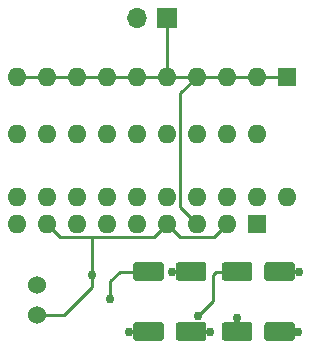
<source format=gbr>
%TF.GenerationSoftware,KiCad,Pcbnew,(5.1.9)-1*%
%TF.CreationDate,2021-06-15T19:55:55-04:00*%
%TF.ProjectId,uVU,7556552e-6b69-4636-9164-5f7063625858,rev?*%
%TF.SameCoordinates,Original*%
%TF.FileFunction,Copper,L1,Top*%
%TF.FilePolarity,Positive*%
%FSLAX46Y46*%
G04 Gerber Fmt 4.6, Leading zero omitted, Abs format (unit mm)*
G04 Created by KiCad (PCBNEW (5.1.9)-1) date 2021-06-15 19:55:55*
%MOMM*%
%LPD*%
G01*
G04 APERTURE LIST*
%TA.AperFunction,ComponentPad*%
%ADD10O,1.600000X1.600000*%
%TD*%
%TA.AperFunction,ComponentPad*%
%ADD11R,1.600000X1.600000*%
%TD*%
%TA.AperFunction,ComponentPad*%
%ADD12C,1.524000*%
%TD*%
%TA.AperFunction,ComponentPad*%
%ADD13O,1.700000X1.700000*%
%TD*%
%TA.AperFunction,ComponentPad*%
%ADD14R,1.700000X1.700000*%
%TD*%
%TA.AperFunction,ViaPad*%
%ADD15C,0.762000*%
%TD*%
%TA.AperFunction,Conductor*%
%ADD16C,0.254000*%
%TD*%
G04 APERTURE END LIST*
D10*
%TO.P,U2,18*%
%TO.N,Net-(D1-Pad19)*%
X98552000Y-82042000D03*
%TO.P,U2,9*%
%TO.N,+5V*%
X78232000Y-89662000D03*
%TO.P,U2,17*%
%TO.N,Net-(D1-Pad18)*%
X96012000Y-82042000D03*
%TO.P,U2,8*%
%TO.N,GND*%
X80772000Y-89662000D03*
%TO.P,U2,16*%
%TO.N,Net-(D1-Pad17)*%
X93472000Y-82042000D03*
%TO.P,U2,7*%
%TO.N,Net-(R4-Pad1)*%
X83312000Y-89662000D03*
%TO.P,U2,15*%
%TO.N,Net-(D1-Pad16)*%
X90932000Y-82042000D03*
%TO.P,U2,6*%
%TO.N,Net-(R4-Pad1)*%
X85852000Y-89662000D03*
%TO.P,U2,14*%
%TO.N,Net-(D1-Pad15)*%
X88392000Y-82042000D03*
%TO.P,U2,5*%
%TO.N,/Vsig*%
X88392000Y-89662000D03*
%TO.P,U2,13*%
%TO.N,Net-(D1-Pad14)*%
X85852000Y-82042000D03*
%TO.P,U2,4*%
%TO.N,GND*%
X90932000Y-89662000D03*
%TO.P,U2,12*%
%TO.N,Net-(D1-Pad13)*%
X83312000Y-82042000D03*
%TO.P,U2,3*%
%TO.N,+5V*%
X93472000Y-89662000D03*
%TO.P,U2,11*%
%TO.N,Net-(D1-Pad12)*%
X80772000Y-82042000D03*
%TO.P,U2,2*%
%TO.N,GND*%
X96012000Y-89662000D03*
%TO.P,U2,10*%
%TO.N,Net-(D1-Pad11)*%
X78232000Y-82042000D03*
D11*
%TO.P,U2,1*%
%TO.N,Net-(D1-Pad20)*%
X98552000Y-89662000D03*
%TD*%
D12*
%TO.P,MIC,2*%
%TO.N,Net-(MK1-Pad2)*%
X79915000Y-94889000D03*
%TO.P,MIC,1*%
%TO.N,GND*%
X79915000Y-97389000D03*
%TD*%
D13*
%TO.P,J1,2*%
%TO.N,GND*%
X88392000Y-72263000D03*
D14*
%TO.P,J1,1*%
%TO.N,+5V*%
X90932000Y-72263000D03*
%TD*%
D10*
%TO.P,D1,10*%
%TO.N,+5V*%
X78232000Y-77216000D03*
%TO.P,D1,11*%
%TO.N,Net-(D1-Pad11)*%
X78232000Y-87376000D03*
%TO.P,D1,9*%
%TO.N,+5V*%
X80772000Y-77216000D03*
%TO.P,D1,12*%
%TO.N,Net-(D1-Pad12)*%
X80772000Y-87376000D03*
%TO.P,D1,20*%
%TO.N,Net-(D1-Pad20)*%
X101092000Y-87376000D03*
%TO.P,D1,8*%
%TO.N,+5V*%
X83312000Y-77216000D03*
%TO.P,D1,19*%
%TO.N,Net-(D1-Pad19)*%
X98552000Y-87376000D03*
%TO.P,D1,7*%
%TO.N,+5V*%
X85852000Y-77216000D03*
%TO.P,D1,18*%
%TO.N,Net-(D1-Pad18)*%
X96012000Y-87376000D03*
%TO.P,D1,6*%
%TO.N,+5V*%
X88392000Y-77216000D03*
%TO.P,D1,17*%
%TO.N,Net-(D1-Pad17)*%
X93472000Y-87376000D03*
%TO.P,D1,5*%
%TO.N,+5V*%
X90932000Y-77216000D03*
%TO.P,D1,16*%
%TO.N,Net-(D1-Pad16)*%
X90932000Y-87376000D03*
%TO.P,D1,4*%
%TO.N,+5V*%
X93472000Y-77216000D03*
%TO.P,D1,15*%
%TO.N,Net-(D1-Pad15)*%
X88392000Y-87376000D03*
%TO.P,D1,3*%
%TO.N,+5V*%
X96012000Y-77216000D03*
%TO.P,D1,14*%
%TO.N,Net-(D1-Pad14)*%
X85852000Y-87376000D03*
%TO.P,D1,2*%
%TO.N,+5V*%
X98552000Y-77216000D03*
%TO.P,D1,13*%
%TO.N,Net-(D1-Pad13)*%
X83312000Y-87376000D03*
D11*
%TO.P,D1,1*%
%TO.N,+5V*%
X101092000Y-77216000D03*
%TD*%
%TO.P,C5,2*%
%TO.N,/Vsig*%
%TA.AperFunction,SMDPad,CuDef*%
G36*
G01*
X99179000Y-99356000D02*
X99179000Y-98256000D01*
G75*
G02*
X99429000Y-98006000I250000J0D01*
G01*
X101529000Y-98006000D01*
G75*
G02*
X101779000Y-98256000I0J-250000D01*
G01*
X101779000Y-99356000D01*
G75*
G02*
X101529000Y-99606000I-250000J0D01*
G01*
X99429000Y-99606000D01*
G75*
G02*
X99179000Y-99356000I0J250000D01*
G01*
G37*
%TD.AperFunction*%
%TO.P,C5,1*%
%TO.N,Net-(C4-Pad1)*%
%TA.AperFunction,SMDPad,CuDef*%
G36*
G01*
X95579000Y-99356000D02*
X95579000Y-98256000D01*
G75*
G02*
X95829000Y-98006000I250000J0D01*
G01*
X97929000Y-98006000D01*
G75*
G02*
X98179000Y-98256000I0J-250000D01*
G01*
X98179000Y-99356000D01*
G75*
G02*
X97929000Y-99606000I-250000J0D01*
G01*
X95829000Y-99606000D01*
G75*
G02*
X95579000Y-99356000I0J250000D01*
G01*
G37*
%TD.AperFunction*%
%TD*%
%TO.P,C3,2*%
%TO.N,Net-(C3-Pad2)*%
%TA.AperFunction,SMDPad,CuDef*%
G36*
G01*
X91686000Y-99356000D02*
X91686000Y-98256000D01*
G75*
G02*
X91936000Y-98006000I250000J0D01*
G01*
X94036000Y-98006000D01*
G75*
G02*
X94286000Y-98256000I0J-250000D01*
G01*
X94286000Y-99356000D01*
G75*
G02*
X94036000Y-99606000I-250000J0D01*
G01*
X91936000Y-99606000D01*
G75*
G02*
X91686000Y-99356000I0J250000D01*
G01*
G37*
%TD.AperFunction*%
%TO.P,C3,1*%
%TO.N,Net-(C3-Pad1)*%
%TA.AperFunction,SMDPad,CuDef*%
G36*
G01*
X88086000Y-99356000D02*
X88086000Y-98256000D01*
G75*
G02*
X88336000Y-98006000I250000J0D01*
G01*
X90436000Y-98006000D01*
G75*
G02*
X90686000Y-98256000I0J-250000D01*
G01*
X90686000Y-99356000D01*
G75*
G02*
X90436000Y-99606000I-250000J0D01*
G01*
X88336000Y-99606000D01*
G75*
G02*
X88086000Y-99356000I0J250000D01*
G01*
G37*
%TD.AperFunction*%
%TD*%
%TO.P,C2,2*%
%TO.N,GND*%
%TA.AperFunction,SMDPad,CuDef*%
G36*
G01*
X99179000Y-94276000D02*
X99179000Y-93176000D01*
G75*
G02*
X99429000Y-92926000I250000J0D01*
G01*
X101529000Y-92926000D01*
G75*
G02*
X101779000Y-93176000I0J-250000D01*
G01*
X101779000Y-94276000D01*
G75*
G02*
X101529000Y-94526000I-250000J0D01*
G01*
X99429000Y-94526000D01*
G75*
G02*
X99179000Y-94276000I0J250000D01*
G01*
G37*
%TD.AperFunction*%
%TO.P,C2,1*%
%TO.N,Net-(C2-Pad1)*%
%TA.AperFunction,SMDPad,CuDef*%
G36*
G01*
X95579000Y-94276000D02*
X95579000Y-93176000D01*
G75*
G02*
X95829000Y-92926000I250000J0D01*
G01*
X97929000Y-92926000D01*
G75*
G02*
X98179000Y-93176000I0J-250000D01*
G01*
X98179000Y-94276000D01*
G75*
G02*
X97929000Y-94526000I-250000J0D01*
G01*
X95829000Y-94526000D01*
G75*
G02*
X95579000Y-94276000I0J250000D01*
G01*
G37*
%TD.AperFunction*%
%TD*%
%TO.P,C1,2*%
%TO.N,Net-(C1-Pad2)*%
%TA.AperFunction,SMDPad,CuDef*%
G36*
G01*
X91686000Y-94276000D02*
X91686000Y-93176000D01*
G75*
G02*
X91936000Y-92926000I250000J0D01*
G01*
X94036000Y-92926000D01*
G75*
G02*
X94286000Y-93176000I0J-250000D01*
G01*
X94286000Y-94276000D01*
G75*
G02*
X94036000Y-94526000I-250000J0D01*
G01*
X91936000Y-94526000D01*
G75*
G02*
X91686000Y-94276000I0J250000D01*
G01*
G37*
%TD.AperFunction*%
%TO.P,C1,1*%
%TO.N,Net-(C1-Pad1)*%
%TA.AperFunction,SMDPad,CuDef*%
G36*
G01*
X88086000Y-94276000D02*
X88086000Y-93176000D01*
G75*
G02*
X88336000Y-92926000I250000J0D01*
G01*
X90436000Y-92926000D01*
G75*
G02*
X90686000Y-93176000I0J-250000D01*
G01*
X90686000Y-94276000D01*
G75*
G02*
X90436000Y-94526000I-250000J0D01*
G01*
X88336000Y-94526000D01*
G75*
G02*
X88086000Y-94276000I0J250000D01*
G01*
G37*
%TD.AperFunction*%
%TD*%
D15*
%TO.N,Net-(C1-Pad2)*%
X91376500Y-93726000D03*
%TO.N,Net-(C1-Pad1)*%
X86106000Y-96012000D03*
%TO.N,GND*%
X102108000Y-93726000D03*
X84613750Y-94011750D03*
%TO.N,Net-(C2-Pad1)*%
X93535500Y-97472500D03*
%TO.N,Net-(C3-Pad2)*%
X94615000Y-98806000D03*
%TO.N,Net-(C3-Pad1)*%
X87757000Y-98806000D03*
%TO.N,Net-(C4-Pad1)*%
X96879000Y-97685000D03*
%TO.N,/Vsig*%
X102044500Y-98806000D03*
%TD*%
D16*
%TO.N,Net-(C1-Pad2)*%
X92986000Y-93726000D02*
X91376500Y-93726000D01*
%TO.N,Net-(C1-Pad1)*%
X89386000Y-93726000D02*
X86931500Y-93726000D01*
X86106000Y-94551500D02*
X86106000Y-96012000D01*
X86931500Y-93726000D02*
X86106000Y-94551500D01*
%TO.N,GND*%
X100479000Y-93726000D02*
X102044500Y-93726000D01*
X102044500Y-93726000D02*
X102171500Y-93726000D01*
X100479000Y-93726000D02*
X102108000Y-93726000D01*
X89804999Y-90789001D02*
X90932000Y-89662000D01*
X80772000Y-89662000D02*
X81899001Y-90789001D01*
X82252500Y-97389000D02*
X84613750Y-95027750D01*
X79915000Y-97389000D02*
X82252500Y-97389000D01*
X84613750Y-90836750D02*
X84661499Y-90789001D01*
X84613750Y-95027750D02*
X84613750Y-94011750D01*
X84661499Y-90789001D02*
X89804999Y-90789001D01*
X81899001Y-90789001D02*
X84661499Y-90789001D01*
X84613750Y-94011750D02*
X84613750Y-90836750D01*
X94884999Y-90789001D02*
X96012000Y-89662000D01*
X92059001Y-90789001D02*
X94884999Y-90789001D01*
X90932000Y-89662000D02*
X92059001Y-90789001D01*
%TO.N,Net-(C2-Pad1)*%
X94805500Y-96202500D02*
X93535500Y-97472500D01*
X94805500Y-94043500D02*
X94805500Y-96202500D01*
X95123000Y-93726000D02*
X94805500Y-94043500D01*
X96879000Y-93726000D02*
X95123000Y-93726000D01*
%TO.N,Net-(C3-Pad2)*%
X92986000Y-98806000D02*
X94424500Y-98806000D01*
X94424500Y-98806000D02*
X94424500Y-98806000D01*
X94615000Y-98806000D02*
X92986000Y-98806000D01*
%TO.N,Net-(C3-Pad1)*%
X89386000Y-98806000D02*
X87884000Y-98806000D01*
X89386000Y-98806000D02*
X87757000Y-98806000D01*
%TO.N,Net-(C4-Pad1)*%
X96879000Y-98806000D02*
X96879000Y-97875500D01*
X96879000Y-97875500D02*
X96879000Y-97685000D01*
%TO.N,/Vsig*%
X100479000Y-98806000D02*
X102108000Y-98806000D01*
X102108000Y-98806000D02*
X102171500Y-98806000D01*
%TO.N,+5V*%
X101092000Y-77216000D02*
X78232000Y-77216000D01*
X90805000Y-77089000D02*
X90932000Y-77216000D01*
X92059001Y-88249001D02*
X93472000Y-89662000D01*
X92059001Y-78628999D02*
X92059001Y-88249001D01*
X93472000Y-77216000D02*
X92059001Y-78628999D01*
X90932000Y-72263000D02*
X90932000Y-77216000D01*
%TD*%
M02*

</source>
